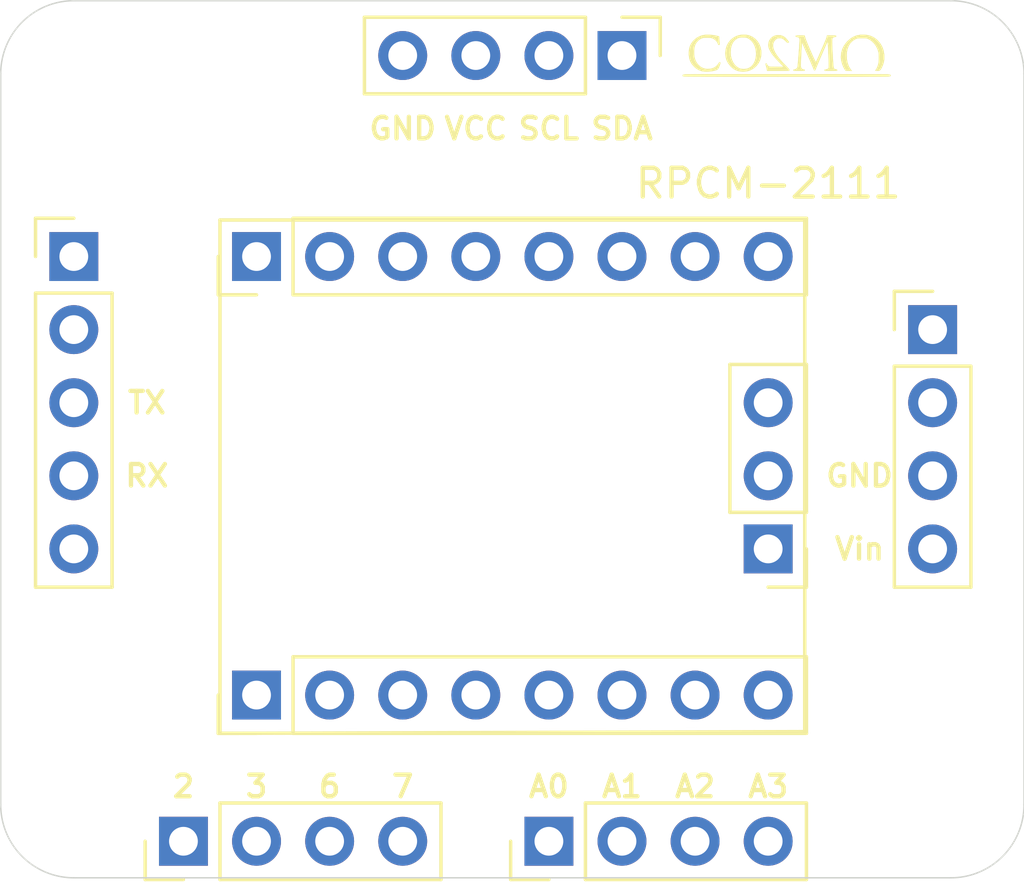
<source format=kicad_pcb>
(kicad_pcb (version 20171130) (host pcbnew "(5.1.10-1-10_14)")

  (general
    (thickness 1.6)
    (drawings 33)
    (tracks 0)
    (zones 0)
    (modules 13)
    (nets 23)
  )

  (page A4)
  (title_block
    (company Toms)
  )

  (layers
    (0 F.Cu signal)
    (31 B.Cu signal)
    (32 B.Adhes user)
    (33 F.Adhes user)
    (34 B.Paste user)
    (35 F.Paste user)
    (36 B.SilkS user)
    (37 F.SilkS user)
    (38 B.Mask user)
    (39 F.Mask user)
    (40 Dwgs.User user)
    (41 Cmts.User user)
    (42 Eco1.User user)
    (43 Eco2.User user)
    (44 Edge.Cuts user)
    (45 Margin user)
    (46 B.CrtYd user)
    (47 F.CrtYd user)
    (48 B.Fab user)
    (49 F.Fab user)
  )

  (setup
    (last_trace_width 0.25)
    (user_trace_width 0.2)
    (user_trace_width 0.25)
    (user_trace_width 0.5)
    (user_trace_width 1)
    (trace_clearance 0.2)
    (zone_clearance 0.508)
    (zone_45_only no)
    (trace_min 0.2)
    (via_size 0.8)
    (via_drill 0.4)
    (via_min_size 0.4)
    (via_min_drill 0.3)
    (uvia_size 0.3)
    (uvia_drill 0.1)
    (uvias_allowed no)
    (uvia_min_size 0.2)
    (uvia_min_drill 0.1)
    (edge_width 0.05)
    (segment_width 0.2)
    (pcb_text_width 0.3)
    (pcb_text_size 1.5 1.5)
    (mod_edge_width 0.12)
    (mod_text_size 1 1)
    (mod_text_width 0.15)
    (pad_size 1.524 1.524)
    (pad_drill 0.762)
    (pad_to_mask_clearance 0)
    (aux_axis_origin 0 0)
    (visible_elements FFFFFF7F)
    (pcbplotparams
      (layerselection 0x010fc_ffffffff)
      (usegerberextensions false)
      (usegerberattributes true)
      (usegerberadvancedattributes true)
      (creategerberjobfile true)
      (excludeedgelayer true)
      (linewidth 0.100000)
      (plotframeref false)
      (viasonmask false)
      (mode 1)
      (useauxorigin false)
      (hpglpennumber 1)
      (hpglpenspeed 20)
      (hpglpendiameter 15.000000)
      (psnegative false)
      (psa4output false)
      (plotreference true)
      (plotvalue true)
      (plotinvisibletext false)
      (padsonsilk false)
      (subtractmaskfromsilk false)
      (outputformat 1)
      (mirror false)
      (drillshape 1)
      (scaleselection 1)
      (outputdirectory ""))
  )

  (net 0 "")
  (net 1 GND)
  (net 2 +5V)
  (net 3 +3V3)
  (net 4 "Net-(J5-Pad2)")
  (net 5 "Net-(J5-Pad1)")
  (net 6 "Net-(J6-Pad1)")
  (net 7 "Net-(J6-Pad5)")
  (net 8 "Net-(J6-Pad2)")
  (net 9 "Net-(J7-Pad3)")
  (net 10 "Net-(J7-Pad1)")
  (net 11 /A3)
  (net 12 /A2)
  (net 13 /A1)
  (net 14 /A0)
  (net 15 /GPIO7)
  (net 16 /GPIO6)
  (net 17 /GPIO3)
  (net 18 /GPIO2)
  (net 19 /SCL)
  (net 20 /SDA)
  (net 21 /RX)
  (net 22 /TX)

  (net_class Default "This is the default net class."
    (clearance 0.2)
    (trace_width 0.25)
    (via_dia 0.8)
    (via_drill 0.4)
    (uvia_dia 0.3)
    (uvia_drill 0.1)
    (add_net +3V3)
    (add_net +5V)
    (add_net /A0)
    (add_net /A1)
    (add_net /A2)
    (add_net /A3)
    (add_net /GPIO2)
    (add_net /GPIO3)
    (add_net /GPIO6)
    (add_net /GPIO7)
    (add_net /RX)
    (add_net /SCL)
    (add_net /SDA)
    (add_net /TX)
    (add_net GND)
    (add_net "Net-(J5-Pad1)")
    (add_net "Net-(J5-Pad2)")
    (add_net "Net-(J6-Pad1)")
    (add_net "Net-(J6-Pad2)")
    (add_net "Net-(J6-Pad5)")
    (add_net "Net-(J7-Pad1)")
    (add_net "Net-(J7-Pad3)")
  )

  (module lib:logo_co2mo (layer F.Cu) (tedit 0) (tstamp 61819FF4)
    (at 109.855 106.045)
    (fp_text reference G*** (at 0 0) (layer F.SilkS) hide
      (effects (font (size 1.524 1.524) (thickness 0.3)))
    )
    (fp_text value LOGO (at 0.75 0) (layer F.SilkS) hide
      (effects (font (size 1.524 1.524) (thickness 0.3)))
    )
    (fp_poly (pts (xy 0.26977 0.647979) (xy 0.529584 0.648045) (xy 0.786826 0.64815) (xy 1.040224 0.648296)
      (xy 1.288508 0.648482) (xy 1.530405 0.648707) (xy 1.764643 0.648973) (xy 1.989953 0.649278)
      (xy 2.205061 0.649623) (xy 2.408697 0.650007) (xy 2.59959 0.650432) (xy 2.776467 0.650896)
      (xy 2.938057 0.6514) (xy 3.083089 0.651944) (xy 3.210291 0.652527) (xy 3.318393 0.65315)
      (xy 3.406121 0.653813) (xy 3.472206 0.654515) (xy 3.515375 0.655257) (xy 3.533775 0.655976)
      (xy 3.579435 0.661077) (xy 3.605259 0.66709) (xy 3.616771 0.676351) (xy 3.619495 0.691195)
      (xy 3.6195 0.692217) (xy 3.616236 0.709193) (xy 3.602367 0.719315) (xy 3.571771 0.725903)
      (xy 3.552825 0.72837) (xy 3.535125 0.728978) (xy 3.493284 0.729552) (xy 3.42856 0.730091)
      (xy 3.342212 0.730596) (xy 3.2355 0.731066) (xy 3.10968 0.731503) (xy 2.966012 0.731905)
      (xy 2.805756 0.732275) (xy 2.630168 0.73261) (xy 2.440509 0.732913) (xy 2.238036 0.733182)
      (xy 2.024009 0.733419) (xy 1.799686 0.733623) (xy 1.566325 0.733795) (xy 1.325186 0.733934)
      (xy 1.077527 0.734041) (xy 0.824606 0.734116) (xy 0.567683 0.73416) (xy 0.308017 0.734172)
      (xy 0.046864 0.734153) (xy -0.214514 0.734102) (xy -0.474861 0.734021) (xy -0.732917 0.733909)
      (xy -0.987424 0.733766) (xy -1.237122 0.733593) (xy -1.480754 0.73339) (xy -1.71706 0.733157)
      (xy -1.944782 0.732894) (xy -2.162662 0.732601) (xy -2.36944 0.732279) (xy -2.563858 0.731928)
      (xy -2.744657 0.731548) (xy -2.910579 0.731138) (xy -3.060365 0.730701) (xy -3.192756 0.730234)
      (xy -3.306493 0.72974) (xy -3.400318 0.729217) (xy -3.472973 0.728666) (xy -3.523198 0.728088)
      (xy -3.549735 0.727482) (xy -3.552825 0.7273) (xy -3.587206 0.722265) (xy -3.602945 0.712594)
      (xy -3.606798 0.694022) (xy -3.6068 0.693228) (xy -3.604344 0.676852) (xy -3.593119 0.666882)
      (xy -3.567341 0.660548) (xy -3.528738 0.655859) (xy -3.508616 0.655081) (xy -3.464365 0.654344)
      (xy -3.397257 0.653647) (xy -3.308564 0.65299) (xy -3.199557 0.652374) (xy -3.071507 0.651798)
      (xy -2.925686 0.651262) (xy -2.763365 0.650767) (xy -2.585816 0.650311) (xy -2.39431 0.649896)
      (xy -2.190118 0.649521) (xy -1.974513 0.649187) (xy -1.748765 0.648892) (xy -1.514147 0.648638)
      (xy -1.271928 0.648424) (xy -1.023382 0.648249) (xy -0.769779 0.648115) (xy -0.512391 0.648021)
      (xy -0.252489 0.647967) (xy 0.008655 0.647953) (xy 0.26977 0.647979)) (layer F.SilkS) (width 0.01))
    (fp_poly (pts (xy -2.669223 -0.720176) (xy -2.576302 -0.713474) (xy -2.489609 -0.701538) (xy -2.43205 -0.68898)
      (xy -2.34315 -0.665206) (xy -2.330305 -0.516753) (xy -2.324983 -0.453629) (xy -2.32229 -0.411545)
      (xy -2.322654 -0.386235) (xy -2.326503 -0.373434) (xy -2.334262 -0.368877) (xy -2.345171 -0.3683)
      (xy -2.368054 -0.376244) (xy -2.380614 -0.403569) (xy -2.381089 -0.405665) (xy -2.404646 -0.461678)
      (xy -2.447769 -0.51637) (xy -2.505106 -0.563495) (xy -2.52828 -0.577451) (xy -2.5638 -0.595377)
      (xy -2.59655 -0.607032) (xy -2.634326 -0.614099) (xy -2.684923 -0.618262) (xy -2.72568 -0.620105)
      (xy -2.818505 -0.620649) (xy -2.892551 -0.613027) (xy -2.953636 -0.595402) (xy -3.007581 -0.565938)
      (xy -3.060204 -0.522797) (xy -3.073007 -0.510476) (xy -3.126299 -0.450287) (xy -3.164482 -0.387156)
      (xy -3.189887 -0.315159) (xy -3.204844 -0.228368) (xy -3.210022 -0.162112) (xy -3.208857 -0.028851)
      (xy -3.190011 0.087849) (xy -3.152756 0.190342) (xy -3.096363 0.280982) (xy -3.059626 0.323798)
      (xy -2.980451 0.392793) (xy -2.894029 0.438497) (xy -2.796427 0.4628) (xy -2.763266 0.466285)
      (xy -2.659191 0.463604) (xy -2.562984 0.440448) (xy -2.478144 0.398387) (xy -2.408171 0.338992)
      (xy -2.371423 0.290403) (xy -2.347775 0.253609) (xy -2.332 0.235022) (xy -2.319 0.231007)
      (xy -2.303676 0.237932) (xy -2.30054 0.239894) (xy -2.294037 0.249548) (xy -2.295125 0.268715)
      (xy -2.304758 0.301671) (xy -2.323894 0.352694) (xy -2.328182 0.363524) (xy -2.350761 0.418047)
      (xy -2.371029 0.456177) (xy -2.394435 0.482402) (xy -2.426428 0.501208) (xy -2.472457 0.51708)
      (xy -2.534906 0.533721) (xy -2.608771 0.547555) (xy -2.694223 0.555603) (xy -2.782716 0.557728)
      (xy -2.865707 0.553791) (xy -2.934652 0.543654) (xy -2.947836 0.540373) (xy -3.042528 0.505837)
      (xy -3.127453 0.45555) (xy -3.210012 0.385086) (xy -3.214065 0.381097) (xy -3.288441 0.29482)
      (xy -3.341772 0.202392) (xy -3.375607 0.099836) (xy -3.391492 -0.016824) (xy -3.393194 -0.079389)
      (xy -3.385436 -0.200975) (xy -3.361537 -0.306286) (xy -3.319634 -0.400053) (xy -3.257864 -0.487009)
      (xy -3.214065 -0.534328) (xy -3.132435 -0.605325) (xy -3.045992 -0.657531) (xy -2.94648 -0.695583)
      (xy -2.9083 -0.706096) (xy -2.842928 -0.716763) (xy -2.760667 -0.721364) (xy -2.669223 -0.720176)) (layer F.SilkS) (width 0.01))
    (fp_poly (pts (xy -1.392554 -0.719079) (xy -1.30415 -0.702115) (xy -1.296556 -0.69984) (xy -1.187306 -0.653058)
      (xy -1.091334 -0.586186) (xy -1.010422 -0.501785) (xy -0.946351 -0.402412) (xy -0.900901 -0.290628)
      (xy -0.875856 -0.168993) (xy -0.871355 -0.0889) (xy -0.883046 0.03962) (xy -0.916996 0.159416)
      (xy -0.971522 0.268144) (xy -1.04494 0.363462) (xy -1.135564 0.443025) (xy -1.241711 0.504491)
      (xy -1.318963 0.533855) (xy -1.403185 0.551588) (xy -1.498209 0.558239) (xy -1.593455 0.553795)
      (xy -1.678343 0.538246) (xy -1.69167 0.534278) (xy -1.780638 0.498835) (xy -1.857224 0.451465)
      (xy -1.930029 0.386578) (xy -1.947881 0.367793) (xy -2.026779 0.267015) (xy -2.081717 0.159924)
      (xy -2.113758 0.043769) (xy -2.123962 -0.084202) (xy -2.123937 -0.0889) (xy -2.122228 -0.105906)
      (xy -1.941671 -0.105906) (xy -1.931208 0.012987) (xy -1.903415 0.124591) (xy -1.859703 0.225884)
      (xy -1.801482 0.313841) (xy -1.730162 0.385441) (xy -1.647153 0.437661) (xy -1.61641 0.450504)
      (xy -1.55246 0.464981) (xy -1.476367 0.468702) (xy -1.398891 0.461891) (xy -1.330793 0.444771)
      (xy -1.330174 0.44454) (xy -1.250854 0.40176) (xy -1.183379 0.338871) (xy -1.128862 0.258783)
      (xy -1.088416 0.164409) (xy -1.063151 0.058659) (xy -1.054181 -0.055555) (xy -1.062618 -0.175322)
      (xy -1.072392 -0.230265) (xy -1.106956 -0.341022) (xy -1.159995 -0.439266) (xy -1.22924 -0.521726)
      (xy -1.312423 -0.585135) (xy -1.322637 -0.590979) (xy -1.356338 -0.6085) (xy -1.385804 -0.619562)
      (xy -1.418625 -0.62563) (xy -1.462389 -0.628169) (xy -1.51765 -0.62865) (xy -1.577818 -0.628039)
      (xy -1.620188 -0.625224) (xy -1.652354 -0.618739) (xy -1.681907 -0.607114) (xy -1.712776 -0.590918)
      (xy -1.791981 -0.533976) (xy -1.853992 -0.459962) (xy -1.899432 -0.367857) (xy -1.928923 -0.256641)
      (xy -1.933396 -0.229066) (xy -1.941671 -0.105906) (xy -2.122228 -0.105906) (xy -2.111137 -0.216236)
      (xy -2.075987 -0.334788) (xy -2.020216 -0.442186) (xy -1.945551 -0.53606) (xy -1.853723 -0.61404)
      (xy -1.74646 -0.673755) (xy -1.679154 -0.698688) (xy -1.590748 -0.717333) (xy -1.491651 -0.724141)
      (xy -1.392554 -0.719079)) (layer F.SilkS) (width 0.01))
    (fp_poly (pts (xy -0.206432 -0.704265) (xy -0.120876 -0.677671) (xy -0.044413 -0.628137) (xy 0.024663 -0.554805)
      (xy 0.037925 -0.536951) (xy 0.089584 -0.46481) (xy 0.061188 -0.449613) (xy 0.045477 -0.443638)
      (xy 0.029969 -0.446384) (xy 0.009666 -0.460795) (xy -0.020434 -0.489814) (xy -0.038236 -0.508141)
      (xy -0.099274 -0.562518) (xy -0.158405 -0.594671) (xy -0.22098 -0.606719) (xy -0.278204 -0.603142)
      (xy -0.321404 -0.591763) (xy -0.359343 -0.568509) (xy -0.388946 -0.541497) (xy -0.438341 -0.475613)
      (xy -0.464165 -0.400372) (xy -0.466441 -0.31583) (xy -0.445188 -0.222044) (xy -0.400429 -0.119068)
      (xy -0.332184 -0.00696) (xy -0.240475 0.114225) (xy -0.125323 0.244432) (xy -0.068865 0.302917)
      (xy -0.003188 0.370221) (xy 0.045458 0.422153) (xy 0.078668 0.46061) (xy 0.098038 0.487486)
      (xy 0.105166 0.504679) (xy 0.104941 0.509292) (xy 0.102074 0.516122) (xy 0.095645 0.521525)
      (xy 0.082954 0.525668) (xy 0.061298 0.528718) (xy 0.027977 0.530841) (xy -0.019711 0.532205)
      (xy -0.084468 0.532974) (xy -0.168994 0.533317) (xy -0.275991 0.533399) (xy -0.286115 0.5334)
      (xy -0.670868 0.5334) (xy -0.67939 0.482958) (xy -0.688003 0.442121) (xy -0.701071 0.390866)
      (xy -0.710762 0.357048) (xy -0.722849 0.315688) (xy -0.727283 0.292483) (xy -0.723981 0.281342)
      (xy -0.712861 0.276177) (xy -0.709653 0.275315) (xy -0.688608 0.277983) (xy -0.678323 0.29842)
      (xy -0.663912 0.327762) (xy -0.639525 0.357343) (xy -0.639284 0.35757) (xy -0.627569 0.367704)
      (xy -0.614515 0.375305) (xy -0.596423 0.380807) (xy -0.569597 0.384646) (xy -0.530337 0.387257)
      (xy -0.474946 0.389076) (xy -0.399726 0.390538) (xy -0.35294 0.39128) (xy -0.098264 0.395211)
      (xy -0.258088 0.22618) (xy -0.340144 0.138304) (xy -0.406381 0.06458) (xy -0.4594 0.001671)
      (xy -0.501801 -0.053762) (xy -0.536187 -0.105055) (xy -0.565156 -0.155546) (xy -0.582789 -0.1905)
      (xy -0.606926 -0.243922) (xy -0.620803 -0.286056) (xy -0.627037 -0.327507) (xy -0.628273 -0.37465)
      (xy -0.619821 -0.458762) (xy -0.593218 -0.529697) (xy -0.545413 -0.594622) (xy -0.526261 -0.614214)
      (xy -0.463723 -0.663759) (xy -0.395179 -0.693969) (xy -0.313003 -0.708073) (xy -0.302785 -0.708781)
      (xy -0.206432 -0.704265)) (layer F.SilkS) (width 0.01))
    (fp_poly (pts (xy 1.569459 -0.6985) (xy 1.635096 -0.698266) (xy 1.679474 -0.69712) (xy 1.70673 -0.694395)
      (xy 1.721005 -0.689424) (xy 1.726438 -0.681541) (xy 1.7272 -0.6731) (xy 1.720867 -0.654174)
      (xy 1.697694 -0.647841) (xy 1.690812 -0.6477) (xy 1.654734 -0.63976) (xy 1.620962 -0.621379)
      (xy 1.605929 -0.608309) (xy 1.59624 -0.593887) (xy 1.590724 -0.572589) (xy 1.588209 -0.538896)
      (xy 1.587524 -0.487286) (xy 1.5875 -0.463614) (xy 1.588345 -0.412747) (xy 1.590702 -0.341826)
      (xy 1.594303 -0.255762) (xy 1.59888 -0.159465) (xy 1.604165 -0.057847) (xy 1.60989 0.044182)
      (xy 1.615786 0.141709) (xy 1.621586 0.229824) (xy 1.627022 0.303617) (xy 1.631826 0.358175)
      (xy 1.632904 0.3683) (xy 1.640885 0.419066) (xy 1.653742 0.450264) (xy 1.675897 0.467721)
      (xy 1.711774 0.477265) (xy 1.716149 0.477986) (xy 1.750234 0.486963) (xy 1.764192 0.501445)
      (xy 1.7653 0.509623) (xy 1.763839 0.518191) (xy 1.757138 0.524415) (xy 1.741715 0.528666)
      (xy 1.714089 0.531318) (xy 1.670777 0.532741) (xy 1.6083 0.53331) (xy 1.54305 0.5334)
      (xy 1.463075 0.533273) (xy 1.405003 0.532627) (xy 1.365337 0.531062) (xy 1.34058 0.528179)
      (xy 1.327237 0.523578) (xy 1.321809 0.516858) (xy 1.3208 0.508) (xy 1.326903 0.489293)
      (xy 1.349488 0.482817) (xy 1.358302 0.4826) (xy 1.409246 0.474785) (xy 1.448107 0.453606)
      (xy 1.468726 0.42246) (xy 1.468957 0.421573) (xy 1.470308 0.401671) (xy 1.470508 0.360189)
      (xy 1.469694 0.300918) (xy 1.467999 0.227645) (xy 1.465559 0.144161) (xy 1.462509 0.054254)
      (xy 1.458984 -0.038288) (xy 1.455118 -0.129675) (xy 1.451047 -0.216119) (xy 1.446905 -0.29383)
      (xy 1.442827 -0.35902) (xy 1.439726 -0.399328) (xy 1.435363 -0.444409) (xy 1.43131 -0.467537)
      (xy 1.426147 -0.472098) (xy 1.418453 -0.46148) (xy 1.415763 -0.45646) (xy 1.402406 -0.428795)
      (xy 1.380942 -0.381722) (xy 1.352845 -0.31867) (xy 1.319589 -0.243069) (xy 1.282648 -0.158349)
      (xy 1.243497 -0.067939) (xy 1.20361 0.024732) (xy 1.164461 0.116233) (xy 1.127524 0.203135)
      (xy 1.094275 0.282009) (xy 1.066186 0.349424) (xy 1.044732 0.401952) (xy 1.031388 0.436162)
      (xy 1.028474 0.4445) (xy 1.008605 0.493089) (xy 0.988146 0.517652) (xy 0.968238 0.517869)
      (xy 0.95002 0.49342) (xy 0.941023 0.468976) (xy 0.932121 0.444738) (xy 0.914213 0.400497)
      (xy 0.888655 0.339443) (xy 0.856803 0.264762) (xy 0.820013 0.179644) (xy 0.77964 0.087277)
      (xy 0.753089 0.027055) (xy 0.711184 -0.067721) (xy 0.671868 -0.156723) (xy 0.636506 -0.236859)
      (xy 0.606461 -0.305035) (xy 0.583096 -0.35816) (xy 0.567775 -0.393138) (xy 0.56281 -0.404598)
      (xy 0.549879 -0.431038) (xy 0.540859 -0.442616) (xy 0.539779 -0.442413) (xy 0.537131 -0.428154)
      (xy 0.533693 -0.392242) (xy 0.529656 -0.338404) (xy 0.52521 -0.270368) (xy 0.520546 -0.19186)
      (xy 0.515855 -0.10661) (xy 0.511328 -0.018344) (xy 0.507155 0.069211) (xy 0.503527 0.152326)
      (xy 0.500634 0.227274) (xy 0.498668 0.290327) (xy 0.497819 0.337758) (xy 0.498278 0.36584)
      (xy 0.498367 0.367016) (xy 0.51081 0.425739) (xy 0.53706 0.463496) (xy 0.577785 0.481058)
      (xy 0.598306 0.4826) (xy 0.625559 0.486939) (xy 0.634768 0.502867) (xy 0.635 0.508)
      (xy 0.633783 0.517626) (xy 0.627659 0.524455) (xy 0.612913 0.528964) (xy 0.585835 0.531633)
      (xy 0.54271 0.532942) (xy 0.479826 0.533368) (xy 0.43815 0.5334) (xy 0.363541 0.533243)
      (xy 0.31062 0.532452) (xy 0.275672 0.53055) (xy 0.254986 0.527056) (xy 0.244849 0.521491)
      (xy 0.241547 0.513377) (xy 0.2413 0.508) (xy 0.247632 0.489073) (xy 0.270805 0.48274)
      (xy 0.277687 0.4826) (xy 0.323761 0.470955) (xy 0.361916 0.440238) (xy 0.38468 0.396771)
      (xy 0.386039 0.390912) (xy 0.38913 0.367563) (xy 0.393668 0.322612) (xy 0.399367 0.259796)
      (xy 0.405939 0.182854) (xy 0.413098 0.095525) (xy 0.420556 0.001546) (xy 0.428026 -0.095345)
      (xy 0.435222 -0.191408) (xy 0.441855 -0.282906) (xy 0.447639 -0.366101) (xy 0.452286 -0.437254)
      (xy 0.455509 -0.492628) (xy 0.457022 -0.528483) (xy 0.4571 -0.534148) (xy 0.451765 -0.586613)
      (xy 0.433282 -0.619947) (xy 0.398264 -0.638468) (xy 0.371029 -0.643865) (xy 0.335507 -0.651427)
      (xy 0.319769 -0.663578) (xy 0.3175 -0.674773) (xy 0.319347 -0.68472) (xy 0.327651 -0.691411)
      (xy 0.34655 -0.695467) (xy 0.380184 -0.697512) (xy 0.432693 -0.698168) (xy 0.473075 -0.698157)
      (xy 0.62865 -0.697814) (xy 0.662219 -0.593254) (xy 0.678334 -0.547861) (xy 0.703435 -0.483257)
      (xy 0.735887 -0.403302) (xy 0.774053 -0.311857) (xy 0.816298 -0.212782) (xy 0.860986 -0.109939)
      (xy 0.906481 -0.007188) (xy 0.951148 0.091609) (xy 0.966975 0.126039) (xy 0.989432 0.171301)
      (xy 1.008878 0.204392) (xy 1.022575 0.220943) (xy 1.026701 0.221373) (xy 1.034036 0.207325)
      (xy 1.04996 0.173312) (xy 1.072996 0.122691) (xy 1.101665 0.058817) (xy 1.134491 -0.014953)
      (xy 1.169995 -0.095264) (xy 1.206701 -0.17876) (xy 1.24313 -0.262086) (xy 1.277805 -0.341885)
      (xy 1.309248 -0.414801) (xy 1.335982 -0.477479) (xy 1.35653 -0.526563) (xy 1.362947 -0.542286)
      (xy 1.380984 -0.589684) (xy 1.39584 -0.633463) (xy 1.403209 -0.659761) (xy 1.411718 -0.698501)
      (xy 1.569459 -0.6985)) (layer F.SilkS) (width 0.01))
    (fp_poly (pts (xy 2.794697 -0.714679) (xy 2.913894 -0.687158) (xy 3.02111 -0.639821) (xy 3.11972 -0.571336)
      (xy 3.175 -0.5207) (xy 3.264178 -0.415262) (xy 3.330634 -0.299548) (xy 3.374911 -0.172299)
      (xy 3.397554 -0.032256) (xy 3.399666 0) (xy 3.399321 0.119857) (xy 3.384417 0.226266)
      (xy 3.353394 0.327599) (xy 3.327571 0.386991) (xy 3.29708 0.448158) (xy 3.271767 0.489549)
      (xy 3.247331 0.514955) (xy 3.219471 0.528164) (xy 3.183885 0.532967) (xy 3.161378 0.5334)
      (xy 3.114561 0.530704) (xy 3.089501 0.523063) (xy 3.087499 0.511143) (xy 3.099041 0.5015)
      (xy 3.116097 0.481644) (xy 3.137055 0.443933) (xy 3.158964 0.39497) (xy 3.178871 0.341358)
      (xy 3.193827 0.2897) (xy 3.193952 0.289168) (xy 3.204256 0.225902) (xy 3.210441 0.146808)
      (xy 3.212394 0.061129) (xy 3.210001 -0.021893) (xy 3.203147 -0.093016) (xy 3.198968 -0.11685)
      (xy 3.164621 -0.227366) (xy 3.110903 -0.331997) (xy 3.041312 -0.426058) (xy 2.959342 -0.504862)
      (xy 2.86849 -0.563725) (xy 2.86385 -0.566025) (xy 2.830254 -0.581677) (xy 2.801168 -0.592198)
      (xy 2.770199 -0.598602) (xy 2.730953 -0.601901) (xy 2.677038 -0.603108) (xy 2.6289 -0.60325)
      (xy 2.560576 -0.602807) (xy 2.51127 -0.600856) (xy 2.474603 -0.596463) (xy 2.4442 -0.588695)
      (xy 2.413684 -0.576618) (xy 2.398075 -0.569463) (xy 2.302929 -0.511454) (xy 2.224781 -0.435086)
      (xy 2.164154 -0.341334) (xy 2.121571 -0.231171) (xy 2.097558 -0.105572) (xy 2.092049 -0.000108)
      (xy 2.10108 0.139861) (xy 2.127329 0.26773) (xy 2.169972 0.380784) (xy 2.228183 0.476307)
      (xy 2.241906 0.493407) (xy 2.275557 0.5334) (xy 2.167343 0.5334) (xy 2.114523 0.532979)
      (xy 2.080786 0.530553) (xy 2.059815 0.524373) (xy 2.045294 0.512692) (xy 2.032576 0.496109)
      (xy 1.982001 0.409266) (xy 1.940305 0.306575) (xy 1.91021 0.196827) (xy 1.89444 0.088816)
      (xy 1.892741 0.04445) (xy 1.904833 -0.093673) (xy 1.941023 -0.223864) (xy 2.001181 -0.345819)
      (xy 2.085179 -0.459235) (xy 2.126061 -0.50278) (xy 2.226982 -0.590889) (xy 2.331265 -0.655278)
      (xy 2.442949 -0.697616) (xy 2.566069 -0.719573) (xy 2.660143 -0.723713) (xy 2.794697 -0.714679)) (layer F.SilkS) (width 0.01))
  )

  (module MountingHole:MountingHole_2.2mm_M2 (layer F.Cu) (tedit 56D1B4CB) (tstamp 6180CB2F)
    (at 115.57 132.08)
    (descr "Mounting Hole 2.2mm, no annular, M2")
    (tags "mounting hole 2.2mm no annular m2")
    (attr virtual)
    (fp_text reference REF** (at 0 -3.2) (layer F.SilkS) hide
      (effects (font (size 1 1) (thickness 0.15)))
    )
    (fp_text value MountingHole_2.2mm_M2 (at 0 3.2) (layer F.Fab) hide
      (effects (font (size 1 1) (thickness 0.15)))
    )
    (fp_circle (center 0 0) (end 2.2 0) (layer Cmts.User) (width 0.15))
    (fp_circle (center 0 0) (end 2.45 0) (layer F.CrtYd) (width 0.05))
    (fp_text user %R (at 0.3 0) (layer F.Fab) hide
      (effects (font (size 1 1) (thickness 0.15)))
    )
    (pad 1 np_thru_hole circle (at 0 0) (size 2.2 2.2) (drill 2.2) (layers *.Cu *.Mask))
  )

  (module MountingHole:MountingHole_2.2mm_M2 (layer F.Cu) (tedit 56D1B4CB) (tstamp 6180CAF6)
    (at 85.09 132.08)
    (descr "Mounting Hole 2.2mm, no annular, M2")
    (tags "mounting hole 2.2mm no annular m2")
    (attr virtual)
    (fp_text reference REF** (at 0 -3.2) (layer F.SilkS) hide
      (effects (font (size 1 1) (thickness 0.15)))
    )
    (fp_text value MountingHole_2.2mm_M2 (at 0 3.2) (layer F.Fab) hide
      (effects (font (size 1 1) (thickness 0.15)))
    )
    (fp_circle (center 0 0) (end 2.2 0) (layer Cmts.User) (width 0.15))
    (fp_circle (center 0 0) (end 2.45 0) (layer F.CrtYd) (width 0.05))
    (fp_text user %R (at 0.3 0) (layer F.Fab) hide
      (effects (font (size 1 1) (thickness 0.15)))
    )
    (pad 1 np_thru_hole circle (at 0 0) (size 2.2 2.2) (drill 2.2) (layers *.Cu *.Mask))
  )

  (module MountingHole:MountingHole_2.2mm_M2 (layer F.Cu) (tedit 56D1B4CB) (tstamp 6180CABD)
    (at 115.57 106.68)
    (descr "Mounting Hole 2.2mm, no annular, M2")
    (tags "mounting hole 2.2mm no annular m2")
    (attr virtual)
    (fp_text reference REF** (at 0 -3.2) (layer F.SilkS) hide
      (effects (font (size 1 1) (thickness 0.15)))
    )
    (fp_text value MountingHole_2.2mm_M2 (at 0 3.2) (layer F.Fab) hide
      (effects (font (size 1 1) (thickness 0.15)))
    )
    (fp_circle (center 0 0) (end 2.2 0) (layer Cmts.User) (width 0.15))
    (fp_circle (center 0 0) (end 2.45 0) (layer F.CrtYd) (width 0.05))
    (fp_text user %R (at 0.3 0) (layer F.Fab) hide
      (effects (font (size 1 1) (thickness 0.15)))
    )
    (pad 1 np_thru_hole circle (at 0 0) (size 2.2 2.2) (drill 2.2) (layers *.Cu *.Mask))
  )

  (module MountingHole:MountingHole_2.2mm_M2 (layer F.Cu) (tedit 56D1B4CB) (tstamp 6180CA84)
    (at 85.09 106.68)
    (descr "Mounting Hole 2.2mm, no annular, M2")
    (tags "mounting hole 2.2mm no annular m2")
    (attr virtual)
    (fp_text reference REF** (at 0 -3.2) (layer F.SilkS) hide
      (effects (font (size 1 1) (thickness 0.15)))
    )
    (fp_text value MountingHole_2.2mm_M2 (at 0 3.2) (layer F.Fab) hide
      (effects (font (size 1 1) (thickness 0.15)))
    )
    (fp_circle (center 0 0) (end 2.2 0) (layer Cmts.User) (width 0.15))
    (fp_circle (center 0 0) (end 2.45 0) (layer F.CrtYd) (width 0.05))
    (fp_text user %R (at 0.3 0) (layer F.Fab) hide
      (effects (font (size 1 1) (thickness 0.15)))
    )
    (pad 1 np_thru_hole circle (at 0 0) (size 2.2 2.2) (drill 2.2) (layers *.Cu *.Mask))
  )

  (module Connector_PinHeader_2.54mm:PinHeader_1x04_P2.54mm_Vertical (layer F.Cu) (tedit 59FED5CC) (tstamp 61819D6B)
    (at 101.6 133.35 90)
    (descr "Through hole straight pin header, 1x04, 2.54mm pitch, single row")
    (tags "Through hole pin header THT 1x04 2.54mm single row")
    (path /61805284)
    (fp_text reference J1 (at 2.54 3.81 180) (layer F.SilkS) hide
      (effects (font (size 1 1) (thickness 0.15)))
    )
    (fp_text value Conn_01x04_Female (at 0 9.95 90) (layer F.Fab) hide
      (effects (font (size 1 1) (thickness 0.15)))
    )
    (fp_line (start -0.635 -1.27) (end 1.27 -1.27) (layer F.Fab) (width 0.1))
    (fp_line (start 1.27 -1.27) (end 1.27 8.89) (layer F.Fab) (width 0.1))
    (fp_line (start 1.27 8.89) (end -1.27 8.89) (layer F.Fab) (width 0.1))
    (fp_line (start -1.27 8.89) (end -1.27 -0.635) (layer F.Fab) (width 0.1))
    (fp_line (start -1.27 -0.635) (end -0.635 -1.27) (layer F.Fab) (width 0.1))
    (fp_line (start -1.33 8.95) (end 1.33 8.95) (layer F.SilkS) (width 0.12))
    (fp_line (start -1.33 1.27) (end -1.33 8.95) (layer F.SilkS) (width 0.12))
    (fp_line (start 1.33 1.27) (end 1.33 8.95) (layer F.SilkS) (width 0.12))
    (fp_line (start -1.33 1.27) (end 1.33 1.27) (layer F.SilkS) (width 0.12))
    (fp_line (start -1.33 0) (end -1.33 -1.33) (layer F.SilkS) (width 0.12))
    (fp_line (start -1.33 -1.33) (end 0 -1.33) (layer F.SilkS) (width 0.12))
    (fp_line (start -1.8 -1.8) (end -1.8 9.4) (layer F.CrtYd) (width 0.05))
    (fp_line (start -1.8 9.4) (end 1.8 9.4) (layer F.CrtYd) (width 0.05))
    (fp_line (start 1.8 9.4) (end 1.8 -1.8) (layer F.CrtYd) (width 0.05))
    (fp_line (start 1.8 -1.8) (end -1.8 -1.8) (layer F.CrtYd) (width 0.05))
    (fp_text user %R (at 0 3.81) (layer F.Fab)
      (effects (font (size 1 1) (thickness 0.15)))
    )
    (pad 4 thru_hole oval (at 0 7.62 90) (size 1.7 1.7) (drill 1) (layers *.Cu *.Mask)
      (net 11 /A3))
    (pad 3 thru_hole oval (at 0 5.08 90) (size 1.7 1.7) (drill 1) (layers *.Cu *.Mask)
      (net 12 /A2))
    (pad 2 thru_hole oval (at 0 2.54 90) (size 1.7 1.7) (drill 1) (layers *.Cu *.Mask)
      (net 13 /A1))
    (pad 1 thru_hole rect (at 0 0 90) (size 1.7 1.7) (drill 1) (layers *.Cu *.Mask)
      (net 14 /A0))
    (model ${KISYS3DMOD}/Connector_PinHeader_2.54mm.3dshapes/PinHeader_1x04_P2.54mm_Vertical.wrl
      (at (xyz 0 0 0))
      (scale (xyz 1 1 1))
      (rotate (xyz 0 0 0))
    )
  )

  (module Connector_PinHeader_2.54mm:PinHeader_1x04_P2.54mm_Vertical (layer F.Cu) (tedit 59FED5CC) (tstamp 61819BD5)
    (at 104.14 106.045 270)
    (descr "Through hole straight pin header, 1x04, 2.54mm pitch, single row")
    (tags "Through hole pin header THT 1x04 2.54mm single row")
    (path /616BF104)
    (fp_text reference J8 (at 0 -2.33 90) (layer F.SilkS) hide
      (effects (font (size 1 1) (thickness 0.15)))
    )
    (fp_text value Conn_01x04_Female (at 0 9.95 90) (layer F.Fab) hide
      (effects (font (size 1 1) (thickness 0.15)))
    )
    (fp_line (start -0.635 -1.27) (end 1.27 -1.27) (layer F.Fab) (width 0.1))
    (fp_line (start 1.27 -1.27) (end 1.27 8.89) (layer F.Fab) (width 0.1))
    (fp_line (start 1.27 8.89) (end -1.27 8.89) (layer F.Fab) (width 0.1))
    (fp_line (start -1.27 8.89) (end -1.27 -0.635) (layer F.Fab) (width 0.1))
    (fp_line (start -1.27 -0.635) (end -0.635 -1.27) (layer F.Fab) (width 0.1))
    (fp_line (start -1.33 8.95) (end 1.33 8.95) (layer F.SilkS) (width 0.12))
    (fp_line (start -1.33 1.27) (end -1.33 8.95) (layer F.SilkS) (width 0.12))
    (fp_line (start 1.33 1.27) (end 1.33 8.95) (layer F.SilkS) (width 0.12))
    (fp_line (start -1.33 1.27) (end 1.33 1.27) (layer F.SilkS) (width 0.12))
    (fp_line (start -1.33 0) (end -1.33 -1.33) (layer F.SilkS) (width 0.12))
    (fp_line (start -1.33 -1.33) (end 0 -1.33) (layer F.SilkS) (width 0.12))
    (fp_line (start -1.8 -1.8) (end -1.8 9.4) (layer F.CrtYd) (width 0.05))
    (fp_line (start -1.8 9.4) (end 1.8 9.4) (layer F.CrtYd) (width 0.05))
    (fp_line (start 1.8 9.4) (end 1.8 -1.8) (layer F.CrtYd) (width 0.05))
    (fp_line (start 1.8 -1.8) (end -1.8 -1.8) (layer F.CrtYd) (width 0.05))
    (fp_text user %R (at 0 3.81) (layer F.Fab)
      (effects (font (size 1 1) (thickness 0.15)))
    )
    (pad 4 thru_hole oval (at 0 7.62 270) (size 1.7 1.7) (drill 1) (layers *.Cu *.Mask)
      (net 1 GND))
    (pad 3 thru_hole oval (at 0 5.08 270) (size 1.7 1.7) (drill 1) (layers *.Cu *.Mask)
      (net 3 +3V3))
    (pad 2 thru_hole oval (at 0 2.54 270) (size 1.7 1.7) (drill 1) (layers *.Cu *.Mask)
      (net 19 /SCL))
    (pad 1 thru_hole rect (at 0 0 270) (size 1.7 1.7) (drill 1) (layers *.Cu *.Mask)
      (net 20 /SDA))
    (model ${KISYS3DMOD}/Connector_PinHeader_2.54mm.3dshapes/PinHeader_1x04_P2.54mm_Vertical.wrl
      (at (xyz 0 0 0))
      (scale (xyz 1 1 1))
      (rotate (xyz 0 0 0))
    )
  )

  (module Connector_PinHeader_2.54mm:PinHeader_1x03_P2.54mm_Vertical (layer F.Cu) (tedit 59FED5CC) (tstamp 61700DAA)
    (at 109.22 123.19 180)
    (descr "Through hole straight pin header, 1x03, 2.54mm pitch, single row")
    (tags "Through hole pin header THT 1x03 2.54mm single row")
    (path /616BCCAA)
    (fp_text reference J7 (at 0 -2.33) (layer F.SilkS) hide
      (effects (font (size 1 1) (thickness 0.15)))
    )
    (fp_text value Conn_01x03_Female (at 0 7.41) (layer F.Fab) hide
      (effects (font (size 1 1) (thickness 0.15)))
    )
    (fp_line (start -0.635 -1.27) (end 1.27 -1.27) (layer F.Fab) (width 0.1))
    (fp_line (start 1.27 -1.27) (end 1.27 6.35) (layer F.Fab) (width 0.1))
    (fp_line (start 1.27 6.35) (end -1.27 6.35) (layer F.Fab) (width 0.1))
    (fp_line (start -1.27 6.35) (end -1.27 -0.635) (layer F.Fab) (width 0.1))
    (fp_line (start -1.27 -0.635) (end -0.635 -1.27) (layer F.Fab) (width 0.1))
    (fp_line (start -1.33 6.41) (end 1.33 6.41) (layer F.SilkS) (width 0.12))
    (fp_line (start -1.33 1.27) (end -1.33 6.41) (layer F.SilkS) (width 0.12))
    (fp_line (start 1.33 1.27) (end 1.33 6.41) (layer F.SilkS) (width 0.12))
    (fp_line (start -1.33 1.27) (end 1.33 1.27) (layer F.SilkS) (width 0.12))
    (fp_line (start -1.33 0) (end -1.33 -1.33) (layer F.SilkS) (width 0.12))
    (fp_line (start -1.33 -1.33) (end 0 -1.33) (layer F.SilkS) (width 0.12))
    (fp_line (start -1.8 -1.8) (end -1.8 6.85) (layer F.CrtYd) (width 0.05))
    (fp_line (start -1.8 6.85) (end 1.8 6.85) (layer F.CrtYd) (width 0.05))
    (fp_line (start 1.8 6.85) (end 1.8 -1.8) (layer F.CrtYd) (width 0.05))
    (fp_line (start 1.8 -1.8) (end -1.8 -1.8) (layer F.CrtYd) (width 0.05))
    (fp_text user %R (at 0 2.54 90) (layer F.Fab)
      (effects (font (size 1 1) (thickness 0.15)))
    )
    (pad 3 thru_hole oval (at 0 5.08 180) (size 1.7 1.7) (drill 1) (layers *.Cu *.Mask)
      (net 9 "Net-(J7-Pad3)"))
    (pad 2 thru_hole oval (at 0 2.54 180) (size 1.7 1.7) (drill 1) (layers *.Cu *.Mask)
      (net 1 GND))
    (pad 1 thru_hole rect (at 0 0 180) (size 1.7 1.7) (drill 1) (layers *.Cu *.Mask)
      (net 10 "Net-(J7-Pad1)"))
    (model ${KISYS3DMOD}/Connector_PinHeader_2.54mm.3dshapes/PinHeader_1x03_P2.54mm_Vertical.wrl
      (at (xyz 0 0 0))
      (scale (xyz 1 1 1))
      (rotate (xyz 0 0 0))
    )
  )

  (module Connector_PinHeader_2.54mm:PinHeader_1x05_P2.54mm_Vertical (layer F.Cu) (tedit 59FED5CC) (tstamp 6180B5D9)
    (at 85.09 113.03)
    (descr "Through hole straight pin header, 1x05, 2.54mm pitch, single row")
    (tags "Through hole pin header THT 1x05 2.54mm single row")
    (path /616BDE4E)
    (fp_text reference J6 (at 0 -2.33) (layer F.SilkS) hide
      (effects (font (size 1 1) (thickness 0.15)))
    )
    (fp_text value Conn_01x05_Female (at 0 12.49) (layer F.Fab) hide
      (effects (font (size 1 1) (thickness 0.15)))
    )
    (fp_line (start -0.635 -1.27) (end 1.27 -1.27) (layer F.Fab) (width 0.1))
    (fp_line (start 1.27 -1.27) (end 1.27 11.43) (layer F.Fab) (width 0.1))
    (fp_line (start 1.27 11.43) (end -1.27 11.43) (layer F.Fab) (width 0.1))
    (fp_line (start -1.27 11.43) (end -1.27 -0.635) (layer F.Fab) (width 0.1))
    (fp_line (start -1.27 -0.635) (end -0.635 -1.27) (layer F.Fab) (width 0.1))
    (fp_line (start -1.33 11.49) (end 1.33 11.49) (layer F.SilkS) (width 0.12))
    (fp_line (start -1.33 1.27) (end -1.33 11.49) (layer F.SilkS) (width 0.12))
    (fp_line (start 1.33 1.27) (end 1.33 11.49) (layer F.SilkS) (width 0.12))
    (fp_line (start -1.33 1.27) (end 1.33 1.27) (layer F.SilkS) (width 0.12))
    (fp_line (start -1.33 0) (end -1.33 -1.33) (layer F.SilkS) (width 0.12))
    (fp_line (start -1.33 -1.33) (end 0 -1.33) (layer F.SilkS) (width 0.12))
    (fp_line (start -1.8 -1.8) (end -1.8 11.95) (layer F.CrtYd) (width 0.05))
    (fp_line (start -1.8 11.95) (end 1.8 11.95) (layer F.CrtYd) (width 0.05))
    (fp_line (start 1.8 11.95) (end 1.8 -1.8) (layer F.CrtYd) (width 0.05))
    (fp_line (start 1.8 -1.8) (end -1.8 -1.8) (layer F.CrtYd) (width 0.05))
    (fp_text user %R (at 0 5.08 90) (layer F.Fab)
      (effects (font (size 1 1) (thickness 0.15)))
    )
    (pad 5 thru_hole oval (at 0 10.16) (size 1.7 1.7) (drill 1) (layers *.Cu *.Mask)
      (net 7 "Net-(J6-Pad5)"))
    (pad 4 thru_hole oval (at 0 7.62) (size 1.7 1.7) (drill 1) (layers *.Cu *.Mask)
      (net 22 /TX))
    (pad 3 thru_hole oval (at 0 5.08) (size 1.7 1.7) (drill 1) (layers *.Cu *.Mask)
      (net 21 /RX))
    (pad 2 thru_hole oval (at 0 2.54) (size 1.7 1.7) (drill 1) (layers *.Cu *.Mask)
      (net 8 "Net-(J6-Pad2)"))
    (pad 1 thru_hole rect (at 0 0) (size 1.7 1.7) (drill 1) (layers *.Cu *.Mask)
      (net 6 "Net-(J6-Pad1)"))
    (model ${KISYS3DMOD}/Connector_PinHeader_2.54mm.3dshapes/PinHeader_1x05_P2.54mm_Vertical.wrl
      (at (xyz 0 0 0))
      (scale (xyz 1 1 1))
      (rotate (xyz 0 0 0))
    )
  )

  (module Connector_PinHeader_2.54mm:PinHeader_1x04_P2.54mm_Vertical (layer F.Cu) (tedit 59FED5CC) (tstamp 6180B593)
    (at 114.935 115.57)
    (descr "Through hole straight pin header, 1x04, 2.54mm pitch, single row")
    (tags "Through hole pin header THT 1x04 2.54mm single row")
    (path /616BD636)
    (fp_text reference J5 (at 0 -2.33) (layer F.SilkS) hide
      (effects (font (size 1 1) (thickness 0.15)))
    )
    (fp_text value Conn_01x04_Female (at 0 9.95) (layer F.Fab) hide
      (effects (font (size 1 1) (thickness 0.15)))
    )
    (fp_line (start -0.635 -1.27) (end 1.27 -1.27) (layer F.Fab) (width 0.1))
    (fp_line (start 1.27 -1.27) (end 1.27 8.89) (layer F.Fab) (width 0.1))
    (fp_line (start 1.27 8.89) (end -1.27 8.89) (layer F.Fab) (width 0.1))
    (fp_line (start -1.27 8.89) (end -1.27 -0.635) (layer F.Fab) (width 0.1))
    (fp_line (start -1.27 -0.635) (end -0.635 -1.27) (layer F.Fab) (width 0.1))
    (fp_line (start -1.33 8.95) (end 1.33 8.95) (layer F.SilkS) (width 0.12))
    (fp_line (start -1.33 1.27) (end -1.33 8.95) (layer F.SilkS) (width 0.12))
    (fp_line (start 1.33 1.27) (end 1.33 8.95) (layer F.SilkS) (width 0.12))
    (fp_line (start -1.33 1.27) (end 1.33 1.27) (layer F.SilkS) (width 0.12))
    (fp_line (start -1.33 0) (end -1.33 -1.33) (layer F.SilkS) (width 0.12))
    (fp_line (start -1.33 -1.33) (end 0 -1.33) (layer F.SilkS) (width 0.12))
    (fp_line (start -1.8 -1.8) (end -1.8 9.4) (layer F.CrtYd) (width 0.05))
    (fp_line (start -1.8 9.4) (end 1.8 9.4) (layer F.CrtYd) (width 0.05))
    (fp_line (start 1.8 9.4) (end 1.8 -1.8) (layer F.CrtYd) (width 0.05))
    (fp_line (start 1.8 -1.8) (end -1.8 -1.8) (layer F.CrtYd) (width 0.05))
    (fp_text user %R (at 0 3.81 90) (layer F.Fab)
      (effects (font (size 1 1) (thickness 0.15)))
    )
    (pad 4 thru_hole oval (at 0 7.62) (size 1.7 1.7) (drill 1) (layers *.Cu *.Mask)
      (net 2 +5V))
    (pad 3 thru_hole oval (at 0 5.08) (size 1.7 1.7) (drill 1) (layers *.Cu *.Mask)
      (net 1 GND))
    (pad 2 thru_hole oval (at 0 2.54) (size 1.7 1.7) (drill 1) (layers *.Cu *.Mask)
      (net 4 "Net-(J5-Pad2)"))
    (pad 1 thru_hole rect (at 0 0) (size 1.7 1.7) (drill 1) (layers *.Cu *.Mask)
      (net 5 "Net-(J5-Pad1)"))
    (model ${KISYS3DMOD}/Connector_PinHeader_2.54mm.3dshapes/PinHeader_1x04_P2.54mm_Vertical.wrl
      (at (xyz 0 0 0))
      (scale (xyz 1 1 1))
      (rotate (xyz 0 0 0))
    )
  )

  (module Connector_PinHeader_2.54mm:PinHeader_1x08_P2.54mm_Vertical (layer F.Cu) (tedit 59FED5CC) (tstamp 6180CC45)
    (at 91.44 113.03 90)
    (descr "Through hole straight pin header, 1x08, 2.54mm pitch, single row")
    (tags "Through hole pin header THT 1x08 2.54mm single row")
    (path /616BBD67)
    (fp_text reference J4 (at 0 -2.33 90) (layer F.SilkS) hide
      (effects (font (size 1 1) (thickness 0.15)))
    )
    (fp_text value Conn_01x08_Female (at 0 20.11 90) (layer F.Fab) hide
      (effects (font (size 1 1) (thickness 0.15)))
    )
    (fp_line (start -0.635 -1.27) (end 1.27 -1.27) (layer F.Fab) (width 0.1))
    (fp_line (start 1.27 -1.27) (end 1.27 19.05) (layer F.Fab) (width 0.1))
    (fp_line (start 1.27 19.05) (end -1.27 19.05) (layer F.Fab) (width 0.1))
    (fp_line (start -1.27 19.05) (end -1.27 -0.635) (layer F.Fab) (width 0.1))
    (fp_line (start -1.27 -0.635) (end -0.635 -1.27) (layer F.Fab) (width 0.1))
    (fp_line (start -1.33 19.11) (end 1.33 19.11) (layer F.SilkS) (width 0.12))
    (fp_line (start -1.33 1.27) (end -1.33 19.11) (layer F.SilkS) (width 0.12))
    (fp_line (start 1.33 1.27) (end 1.33 19.11) (layer F.SilkS) (width 0.12))
    (fp_line (start -1.33 1.27) (end 1.33 1.27) (layer F.SilkS) (width 0.12))
    (fp_line (start -1.33 0) (end -1.33 -1.33) (layer F.SilkS) (width 0.12))
    (fp_line (start -1.33 -1.33) (end 0 -1.33) (layer F.SilkS) (width 0.12))
    (fp_line (start -1.8 -1.8) (end -1.8 19.55) (layer F.CrtYd) (width 0.05))
    (fp_line (start -1.8 19.55) (end 1.8 19.55) (layer F.CrtYd) (width 0.05))
    (fp_line (start 1.8 19.55) (end 1.8 -1.8) (layer F.CrtYd) (width 0.05))
    (fp_line (start 1.8 -1.8) (end -1.8 -1.8) (layer F.CrtYd) (width 0.05))
    (fp_text user %R (at 0 8.89) (layer F.Fab)
      (effects (font (size 1 1) (thickness 0.15)))
    )
    (pad 8 thru_hole oval (at 0 17.78 90) (size 1.7 1.7) (drill 1) (layers *.Cu *.Mask)
      (net 15 /GPIO7))
    (pad 7 thru_hole oval (at 0 15.24 90) (size 1.7 1.7) (drill 1) (layers *.Cu *.Mask)
      (net 16 /GPIO6))
    (pad 6 thru_hole oval (at 0 12.7 90) (size 1.7 1.7) (drill 1) (layers *.Cu *.Mask)
      (net 19 /SCL))
    (pad 5 thru_hole oval (at 0 10.16 90) (size 1.7 1.7) (drill 1) (layers *.Cu *.Mask)
      (net 20 /SDA))
    (pad 4 thru_hole oval (at 0 7.62 90) (size 1.7 1.7) (drill 1) (layers *.Cu *.Mask)
      (net 17 /GPIO3))
    (pad 3 thru_hole oval (at 0 5.08 90) (size 1.7 1.7) (drill 1) (layers *.Cu *.Mask)
      (net 18 /GPIO2))
    (pad 2 thru_hole oval (at 0 2.54 90) (size 1.7 1.7) (drill 1) (layers *.Cu *.Mask)
      (net 21 /RX))
    (pad 1 thru_hole rect (at 0 0 90) (size 1.7 1.7) (drill 1) (layers *.Cu *.Mask)
      (net 22 /TX))
    (model ${KISYS3DMOD}/Connector_PinHeader_2.54mm.3dshapes/PinHeader_1x08_P2.54mm_Vertical.wrl
      (at (xyz 0 0 0))
      (scale (xyz 1 1 1))
      (rotate (xyz 0 0 0))
    )
  )

  (module Connector_PinHeader_2.54mm:PinHeader_1x08_P2.54mm_Vertical (layer F.Cu) (tedit 59FED5CC) (tstamp 61700D46)
    (at 91.44 128.27 90)
    (descr "Through hole straight pin header, 1x08, 2.54mm pitch, single row")
    (tags "Through hole pin header THT 1x08 2.54mm single row")
    (path /616BAFD8)
    (fp_text reference J3 (at 0 -2.33 90) (layer F.SilkS) hide
      (effects (font (size 1 1) (thickness 0.15)))
    )
    (fp_text value Conn_01x08_Female (at 0 20.11 90) (layer F.Fab) hide
      (effects (font (size 1 1) (thickness 0.15)))
    )
    (fp_line (start -0.635 -1.27) (end 1.27 -1.27) (layer F.Fab) (width 0.1))
    (fp_line (start 1.27 -1.27) (end 1.27 19.05) (layer F.Fab) (width 0.1))
    (fp_line (start 1.27 19.05) (end -1.27 19.05) (layer F.Fab) (width 0.1))
    (fp_line (start -1.27 19.05) (end -1.27 -0.635) (layer F.Fab) (width 0.1))
    (fp_line (start -1.27 -0.635) (end -0.635 -1.27) (layer F.Fab) (width 0.1))
    (fp_line (start -1.33 19.11) (end 1.33 19.11) (layer F.SilkS) (width 0.12))
    (fp_line (start -1.33 1.27) (end -1.33 19.11) (layer F.SilkS) (width 0.12))
    (fp_line (start 1.33 1.27) (end 1.33 19.11) (layer F.SilkS) (width 0.12))
    (fp_line (start -1.33 1.27) (end 1.33 1.27) (layer F.SilkS) (width 0.12))
    (fp_line (start -1.33 0) (end -1.33 -1.33) (layer F.SilkS) (width 0.12))
    (fp_line (start -1.33 -1.33) (end 0 -1.33) (layer F.SilkS) (width 0.12))
    (fp_line (start -1.8 -1.8) (end -1.8 19.55) (layer F.CrtYd) (width 0.05))
    (fp_line (start -1.8 19.55) (end 1.8 19.55) (layer F.CrtYd) (width 0.05))
    (fp_line (start 1.8 19.55) (end 1.8 -1.8) (layer F.CrtYd) (width 0.05))
    (fp_line (start 1.8 -1.8) (end -1.8 -1.8) (layer F.CrtYd) (width 0.05))
    (fp_text user %R (at 0 8.89) (layer F.Fab)
      (effects (font (size 1 1) (thickness 0.15)))
    )
    (pad 8 thru_hole oval (at 0 17.78 90) (size 1.7 1.7) (drill 1) (layers *.Cu *.Mask)
      (net 1 GND))
    (pad 7 thru_hole oval (at 0 15.24 90) (size 1.7 1.7) (drill 1) (layers *.Cu *.Mask)
      (net 14 /A0))
    (pad 6 thru_hole oval (at 0 12.7 90) (size 1.7 1.7) (drill 1) (layers *.Cu *.Mask)
      (net 13 /A1))
    (pad 5 thru_hole oval (at 0 10.16 90) (size 1.7 1.7) (drill 1) (layers *.Cu *.Mask)
      (net 12 /A2))
    (pad 4 thru_hole oval (at 0 7.62 90) (size 1.7 1.7) (drill 1) (layers *.Cu *.Mask)
      (net 11 /A3))
    (pad 3 thru_hole oval (at 0 5.08 90) (size 1.7 1.7) (drill 1) (layers *.Cu *.Mask)
      (net 3 +3V3))
    (pad 2 thru_hole oval (at 0 2.54 90) (size 1.7 1.7) (drill 1) (layers *.Cu *.Mask)
      (net 1 GND))
    (pad 1 thru_hole rect (at 0 0 90) (size 1.7 1.7) (drill 1) (layers *.Cu *.Mask)
      (net 2 +5V))
    (model ${KISYS3DMOD}/Connector_PinHeader_2.54mm.3dshapes/PinHeader_1x08_P2.54mm_Vertical.wrl
      (at (xyz 0 0 0))
      (scale (xyz 1 1 1))
      (rotate (xyz 0 0 0))
    )
  )

  (module Connector_PinHeader_2.54mm:PinHeader_1x04_P2.54mm_Vertical (layer F.Cu) (tedit 59FED5CC) (tstamp 61819DB0)
    (at 88.9 133.35 90)
    (descr "Through hole straight pin header, 1x04, 2.54mm pitch, single row")
    (tags "Through hole pin header THT 1x04 2.54mm single row")
    (path /61753EA8)
    (fp_text reference J2 (at 2.54 3.505 180) (layer F.SilkS) hide
      (effects (font (size 1 1) (thickness 0.15)))
    )
    (fp_text value Conn_01x04_Female (at 0.33 10.17 90) (layer F.Fab) hide
      (effects (font (size 1 1) (thickness 0.15)))
    )
    (fp_line (start -0.635 -1.27) (end 1.27 -1.27) (layer F.Fab) (width 0.1))
    (fp_line (start 1.27 -1.27) (end 1.27 8.89) (layer F.Fab) (width 0.1))
    (fp_line (start 1.27 8.89) (end -1.27 8.89) (layer F.Fab) (width 0.1))
    (fp_line (start -1.27 8.89) (end -1.27 -0.635) (layer F.Fab) (width 0.1))
    (fp_line (start -1.27 -0.635) (end -0.635 -1.27) (layer F.Fab) (width 0.1))
    (fp_line (start -1.33 8.95) (end 1.33 8.95) (layer F.SilkS) (width 0.12))
    (fp_line (start -1.33 1.27) (end -1.33 8.95) (layer F.SilkS) (width 0.12))
    (fp_line (start 1.33 1.27) (end 1.33 8.95) (layer F.SilkS) (width 0.12))
    (fp_line (start -1.33 1.27) (end 1.33 1.27) (layer F.SilkS) (width 0.12))
    (fp_line (start -1.33 0) (end -1.33 -1.33) (layer F.SilkS) (width 0.12))
    (fp_line (start -1.33 -1.33) (end 0 -1.33) (layer F.SilkS) (width 0.12))
    (fp_line (start -1.8 -1.8) (end -1.8 9.4) (layer F.CrtYd) (width 0.05))
    (fp_line (start -1.8 9.4) (end 1.8 9.4) (layer F.CrtYd) (width 0.05))
    (fp_line (start 1.8 9.4) (end 1.8 -1.8) (layer F.CrtYd) (width 0.05))
    (fp_line (start 1.8 -1.8) (end -1.8 -1.8) (layer F.CrtYd) (width 0.05))
    (fp_text user %R (at 0 3.81) (layer F.Fab)
      (effects (font (size 1 1) (thickness 0.15)))
    )
    (pad 4 thru_hole oval (at 0 7.62 90) (size 1.7 1.7) (drill 1) (layers *.Cu *.Mask)
      (net 15 /GPIO7))
    (pad 3 thru_hole oval (at 0 5.08 90) (size 1.7 1.7) (drill 1) (layers *.Cu *.Mask)
      (net 16 /GPIO6))
    (pad 2 thru_hole oval (at 0 2.54 90) (size 1.7 1.7) (drill 1) (layers *.Cu *.Mask)
      (net 17 /GPIO3))
    (pad 1 thru_hole rect (at 0 0 90) (size 1.7 1.7) (drill 1) (layers *.Cu *.Mask)
      (net 18 /GPIO2))
    (model ${KISYS3DMOD}/Connector_PinHeader_2.54mm.3dshapes/PinHeader_1x04_P2.54mm_Vertical.wrl
      (at (xyz 0 0 0))
      (scale (xyz 1 1 1))
      (rotate (xyz 0 0 0))
    )
  )

  (gr_text RPCM-2111 (at 109.22 110.49) (layer F.SilkS)
    (effects (font (size 1 1) (thickness 0.15)))
  )
  (gr_text A3 (at 109.22 131.445) (layer F.SilkS) (tstamp 61819DEE)
    (effects (font (size 0.75 0.75) (thickness 0.15)))
  )
  (gr_text A2 (at 106.68 131.445) (layer F.SilkS) (tstamp 61819DEB)
    (effects (font (size 0.75 0.75) (thickness 0.15)))
  )
  (gr_text A1 (at 104.14 131.445) (layer F.SilkS) (tstamp 61819DE5)
    (effects (font (size 0.75 0.75) (thickness 0.15)))
  )
  (gr_text A0 (at 101.6 131.445) (layer F.SilkS) (tstamp 61819DDF)
    (effects (font (size 0.75 0.75) (thickness 0.15)))
  )
  (gr_text 7 (at 96.52 131.445) (layer F.SilkS) (tstamp 61819DE2)
    (effects (font (size 0.75 0.75) (thickness 0.15)))
  )
  (gr_text 6 (at 93.98 131.445) (layer F.SilkS) (tstamp 61819DF4)
    (effects (font (size 0.75 0.75) (thickness 0.15)))
  )
  (gr_text 3 (at 91.44 131.445) (layer F.SilkS) (tstamp 61819DF1)
    (effects (font (size 0.75 0.75) (thickness 0.15)))
  )
  (gr_text 2 (at 88.9 131.445) (layer F.SilkS) (tstamp 61819DE8)
    (effects (font (size 0.75 0.75) (thickness 0.15)))
  )
  (gr_text GND (at 112.395 120.65) (layer F.SilkS)
    (effects (font (size 0.75 0.75) (thickness 0.15)))
  )
  (gr_text Vin (at 112.395 123.19) (layer F.SilkS)
    (effects (font (size 0.75 0.75) (thickness 0.15)))
  )
  (gr_text RX (at 87.63 120.65) (layer F.SilkS)
    (effects (font (size 0.75 0.75) (thickness 0.15)))
  )
  (gr_text TX (at 87.63 118.11) (layer F.SilkS)
    (effects (font (size 0.75 0.75) (thickness 0.15)))
  )
  (gr_text GND (at 96.52 108.585) (layer F.SilkS) (tstamp 61819C0D)
    (effects (font (size 0.75 0.75) (thickness 0.15)))
  )
  (gr_text VCC (at 99.06 108.585) (layer F.SilkS) (tstamp 61819C0A)
    (effects (font (size 0.75 0.75) (thickness 0.15)))
  )
  (gr_text SCL (at 101.6 108.585) (layer F.SilkS) (tstamp 61819C07)
    (effects (font (size 0.75 0.75) (thickness 0.15)))
  )
  (gr_text SDA (at 104.14 108.585) (layer F.SilkS) (tstamp 61819C04)
    (effects (font (size 0.75 0.75) (thickness 0.15)))
  )
  (gr_arc (start 85.09 132.08) (end 82.55 132.08) (angle -90) (layer Edge.Cuts) (width 0.05) (tstamp 6180CCB0))
  (gr_arc (start 115.57 132.08) (end 115.57 134.62) (angle -90) (layer Edge.Cuts) (width 0.05) (tstamp 6180CCB0))
  (gr_arc (start 115.57 106.68) (end 118.11 106.68) (angle -90) (layer Edge.Cuts) (width 0.05) (tstamp 6180CCB0))
  (gr_arc (start 85.09 106.68) (end 85.09 104.14) (angle -90) (layer Edge.Cuts) (width 0.05))
  (gr_line (start 115.57 104.14) (end 85.09 104.14) (layer Edge.Cuts) (width 0.05) (tstamp 61819A12))
  (gr_line (start 118.11 132.08) (end 118.11 106.68) (layer Edge.Cuts) (width 0.05))
  (gr_line (start 85.09 134.62) (end 115.57 134.62) (layer Edge.Cuts) (width 0.05))
  (gr_line (start 82.55 106.68) (end 82.55 132.08) (layer Edge.Cuts) (width 0.05))
  (gr_line (start 86.4362 127.635) (end 86.4362 107.95) (layer Dwgs.User) (width 0.12) (tstamp 6180B57A))
  (gr_line (start 113.5888 127.635) (end 86.4362 127.635) (layer Dwgs.User) (width 0.12) (tstamp 6180B577))
  (gr_line (start 113.5888 107.95) (end 113.5888 127.635) (layer Dwgs.User) (width 0.12) (tstamp 6180B574))
  (gr_line (start 86.4362 107.95) (end 113.5888 107.95) (layer Dwgs.User) (width 0.12) (tstamp 61819BBC))
  (gr_line (start 90.17 129.54) (end 90.17 111.76) (layer F.SilkS) (width 0.12) (tstamp 617015EC))
  (gr_line (start 110.49 129.54) (end 90.11 129.6) (layer F.SilkS) (width 0.12))
  (gr_line (start 110.49 111.76) (end 110.49 129.54) (layer F.SilkS) (width 0.12))
  (gr_line (start 90.17 111.76) (end 110.49 111.76) (layer F.SilkS) (width 0.12) (tstamp 6180B56E))

)

</source>
